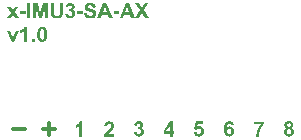
<source format=gto>
G04 Output by ViewMate Deluxe V11.24.15  PentaLogix*
G04 Sat Dec 28 19:11:40 2024*
%IPPOS*%
%FSLAX25Y25*%
%MOIN*%
%ADD10C,0.011811*%

%LPD*%
X0Y0D2*G36*X37998Y54269D2*G1X37965D1*X37841Y54265*X37721Y54254*X37608Y54236*X37499Y54214*X37401Y54189*X37306Y54159*X37219Y54127*X37143Y54094*X37073Y54061*X37008Y54028*X36957Y53999*X36909Y53974*X36851Y53934*X36833Y53923*X36749Y53850*X36676Y53770*X36611Y53686*X36556Y53595*X36506Y53500*X36462Y53406*X36425Y53311*X36393Y53217*X36367Y53129*X36345Y53046*X36327Y52973*X36316Y52907*X36305Y52853*X36302Y52831*X36298Y52813*Y52798*X36294Y52787*Y52776*X37255Y52682*X37270Y52827*X37284Y52893*X37313Y53009*X37332Y53060*X37350Y53104*X37368Y53144*X37401Y53206*X37415Y53231*X37430Y53249*X37441Y53268*X37456Y53282*X37459Y53286*X37496Y53319*X37532Y53348*X37572Y53370*X37608Y53391*X37692Y53424*X37769Y53446*X37838Y53457*X37867Y53464*X37892*X37914Y53468*X37943*X37998Y53464*X38052Y53461*X38147Y53442*X38231Y53413*X38300Y53380*X38325Y53366*X38373Y53333*X38391Y53322*X38406Y53308*X38417Y53300*X38424Y53293*X38453Y53260*X38482Y53220*X38526Y53144*X38555Y53060*X38576Y52980*X38591Y52907*X38595Y52878*Y52853*X38598Y52827*Y52798*X38595Y52743*X38591Y52689*X38566Y52580*X38537Y52482*X38500Y52390*X38478Y52350*X38446Y52285*X38431Y52256*X38417Y52234*X38406Y52219*X38402Y52208*X38398Y52205*X38365Y52161*X38322Y52106*X38271Y52048*X38209Y51986*X38147Y51917*X38078Y51852*X37943Y51713*X37874Y51648*X37812Y51586*X37754Y51532*X37703Y51480*X37659Y51440*X37626Y51408*X37597Y51382*X37452Y51244*X37317Y51113*X37197Y50993*X37084Y50876*X36986Y50767*X36895Y50669*X36749Y50494*X36597Y50301*X36564Y50258*X36542Y50221*X36524Y50195*X36513Y50177*X36509Y50174*X36418Y50002*X36378Y49915*X36342Y49832*X36261Y49595*X36243Y49522*X36225Y49456*X36203Y49344*X36196Y49300*X36189Y49263*X36185Y49235*X36182Y49220*Y49213*X39567*Y50108*X37645*X37674Y50156*X37707Y50203*X37739Y50250*X37772Y50290*X37798Y50323*X37823Y50352*X37838Y50367*X37841Y50374*X37867Y50403*X37939Y50476*X37983Y50519*X38082Y50610*X38180Y50705*X38227Y50749*X38271Y50793*X38315Y50829*X38351Y50861*X38380Y50891*X38406Y50913*X38424Y50931*X38508Y51007*X38584Y51080*X38653Y51145*X38773Y51266*X38824Y51320*X38871Y51367*X38911Y51411*X38948Y51448*X38977Y51480*X39039Y51553*X39050Y51564*X39057Y51575*X39148Y51699*X39228Y51815*X39294Y51924*X39323Y51975*X39348Y52023*X39370Y52063*X39388Y52103*X39421Y52161*X39428Y52187*X39435Y52201*X39443Y52212*Y52216*X39483Y52332*X39516Y52448*X39537Y52558*X39552Y52656*X39559Y52740*X39563Y52776*X39567Y52805*Y52863*X39563Y52973*X39548Y53078*X39527Y53180*X39501Y53275*X39469Y53362*X39432Y53446*X39392Y53519*X39352Y53588*X39312Y53650*X39272Y53708*X39235Y53752*X39177Y53824*X39137Y53865*X39054Y53937*X38966Y53999*X38871Y54050*X38773Y54098*X38678Y54137*X38580Y54170*X38482Y54196*X38391Y54218*X38304Y54236*X38224Y54247*X38151Y54258*X38089Y54261*X38038Y54265*X37998Y54269*G37*G36*X59059Y54269D2*G1X58247D1*X56063Y51065*Y50224*X58123*Y49213*X59059*Y50224*X59685*Y51069*X59059*Y54269*G37*G36*X47861Y54356D2*G1X47752D1*X47676Y54349*X47534Y54330*X47468Y54320*X47406Y54305*X47348Y54294*X47293Y54280*X47246Y54265*X47202Y54250*X47166Y54236*X47134Y54225*X47079Y54203*X47075Y54200*X46955Y54137*X46806Y54032*X46762Y53996*X46722Y53959*X46627Y53865*X46606Y53839*X46587Y53813*X46569Y53795*X46558Y53781*X46555Y53774*X46551Y53770*X46485Y53661*X46431Y53541*X46384Y53417*X46325Y53249*X46314Y53198*X46300Y53155*X46293Y53115*X46285Y53082*X46278Y53060*X46274Y53042*Y53038*X47162Y52889*X47170Y52947*X47181Y53006*X47195Y53056*X47210Y53104*X47228Y53151*X47246Y53191*X47264Y53228*X47301Y53289*X47315Y53315*X47334Y53337*X47345Y53355*X47359Y53370*X47366Y53380*X47374Y53388*X47406Y53417*X47443Y53446*X47515Y53490*X47588Y53519*X47654Y53541*X47712Y53555*X47737Y53559*X47759*X47774Y53562*X47800*X47891Y53555*X47967Y53537*X48036Y53515*X48094Y53486*X48142Y53457*X48174Y53435*X48196Y53417*X48204Y53409*X48254Y53348*X48291Y53282*X48320Y53217*X48338Y53151*X48353Y53071*Y53049*X48356Y53031*Y53006*X48353Y52951*X48349Y52900*X48338Y52849*X48324Y52805*X48291Y52722*X48254Y52652*X48215Y52598*X48196Y52576*X48182Y52558*X48156Y52532*X48152Y52529*X48149Y52525*X48109Y52492*X48065Y52467*X48018Y52445*X47967Y52423*X47869Y52394*X47770Y52376*X47727Y52369*X47614Y52358*X47548*X47443Y51571*X47534Y51597*X47617Y51615*X47694Y51626*X47759Y51637*X47810Y51641*X47832*X47850Y51644*X47883*X47934Y51641*X48032Y51626*X48076Y51611*X48156Y51575*X48225Y51539*X48284Y51498*X48306Y51480*X48324Y51462*X48353Y51440*X48356Y51433*X48360Y51430*X48397Y51389*X48426Y51342*X48451Y51295*X48473Y51247*X48509Y51153*X48531Y51058*X48542Y51018*X48549Y50942*X48557Y50887*Y50850*X48549Y50712*X48538Y50650*X48524Y50592*X48509Y50537*X48491Y50487*X48455Y50399*X48433Y50363*X48415Y50330*X48397Y50305*X48382Y50279*X48367Y50261*X48356Y50250*X48353Y50243*X48309Y50199*X48229Y50134*X48185Y50108*X48142Y50086*X48102Y50068*X48021Y50043*X47952Y50024*X47923Y50021*X47876Y50013*X47847*X47748Y50021*X47658Y50043*X47578Y50072*X47508Y50108*X47450Y50141*X47428Y50156*X47395Y50181*X47385Y50192*X47377Y50195*X47374Y50199*X47341Y50235*X47308Y50276*X47257Y50367*X47213Y50458*X47184Y50545*X47170Y50585*X47162Y50625*X47152Y50658*X47148Y50691*X47141Y50716*Y50734*X47137Y50745*Y50749*X46202Y50632*X46220Y50516*X46245Y50407*X46274Y50301*X46311Y50206*X46354Y50115*X46398Y50028*X46442Y49952*X46489Y49882*X46576Y49762*X46649Y49678*X46678Y49646*X46704Y49624*X46722Y49606*X46809Y49537*X46900Y49475*X46995Y49424*X47090Y49380*X47184Y49340*X47279Y49307*X47370Y49282*X47541Y49245*X47614Y49235*X47683Y49224*X47825Y49213*X47854*X47985Y49216*X48113Y49235*X48233Y49256*X48345Y49285*X48455Y49322*X48553Y49362*X48644Y49402*X48728Y49446*X48800Y49489*X48870Y49533*X48924Y49569*X48972Y49606*X49008Y49635*X49037Y49660*X49052Y49675*X49059Y49678*X49146Y49770*X49219Y49861*X49285Y49955*X49343Y50054*X49387Y50148*X49426Y50243*X49459Y50334*X49485Y50421*X49507Y50501*X49521Y50574*X49532Y50643*X49539Y50698*X49543Y50745*X49547Y50782*Y50811*X49543Y50894*X49536Y50974*X49507Y51124*X49488Y51193*X49467Y51258*X49441Y51317*X49419Y51371*X49394Y51419*X49368Y51462*X49347Y51502*X49328Y51532*X49314Y51557*X49299Y51575*X49292Y51586*X49288Y51589*X49237Y51648*X49128Y51750*X49070Y51790*X49015Y51830*X48957Y51863*X48899Y51892*X48844Y51917*X48793Y51939*X48746Y51957*X48706Y51975*X48669Y51986*X48637Y51994*X48615Y52001*X48600Y52004*X48597*X48662Y52041*X48724Y52081*X48782Y52121*X48888Y52205*X48935Y52248*X49019Y52336*X49088Y52427*X49146Y52514*X49193Y52602*X49234Y52682*X49263Y52762*X49285Y52834*X49303Y52897*X49314Y52954*X49321Y53002*X49324Y53035*Y53064*X49321Y53151*X49310Y53235*X49292Y53315*X49270Y53391*X49241Y53464*X49212Y53534*X49179Y53599*X49146Y53657*X49113Y53712*X49081Y53759*X49052Y53799*X49022Y53835*X49000Y53865*X48982Y53883*X48972Y53897*X48884Y53981*X48797Y54050*X48702Y54112*X48608Y54163*X48513Y54207*X48418Y54247*X48327Y54276*X48236Y54298*X48152Y54320*X48076Y54330*X48007Y54341*X47945Y54349*X47898Y54352*X47861Y54356*G37*G36*X28981Y54269D2*G1X28195D1*X28161Y54185*X28122Y54101*X28078Y54021*X28031Y53948*X27980Y53876*X27929Y53810*X27830Y53690*X27696Y53555*X27605Y53475*X27590Y53464*X27587Y53461*X27503Y53398*X27423Y53341*X27346Y53289*X27270Y53242*X27201Y53198*X27070Y53129*X27011Y53097*X26957Y53071*X26909Y53049*X26869Y53035*X26833Y53020*X26786Y53002*X26771Y52995*X26767*Y52117*X26898Y52165*X27026Y52216*X27150Y52274*X27266Y52332*X27375Y52390*X27477Y52452*X27572Y52514*X27659Y52572*X27739Y52627*X27809Y52682*X27871Y52729*X27921Y52769*X28009Y52842*X28016Y52849*Y49213*X28981*Y54269*G37*G36*X78060Y54356D2*G1X78034D1*X77885Y54349*X77743Y54330*X77608Y54298*X77481Y54261*X77361Y54214*X77252Y54163*X77153Y54105*X77062Y54050*X76979Y53992*X76909Y53937*X76848Y53883*X76797Y53835*X76757Y53799*X76728Y53766*X76702Y53741*X76655Y53683*X76611Y53617*X76571Y53552*X76535Y53479*X76465Y53330*X76407Y53173*X76360Y53006*X76316Y52842*X76284Y52674*X76258Y52514*X76236Y52361*X76218Y52216*X76214Y52150*X76207Y52085*X76200Y51972*X76196Y51921*Y51841*X76192Y51808*Y51622*X76200Y51502*X76203Y51386*X76225Y51167*X76236Y51065*X76250Y50967*X76287Y50782*X76305Y50698*X76327Y50614*X76345Y50537*X76367Y50465*X76393Y50396*X76436Y50268*X76458Y50210*X76484Y50156*X76545Y50021*X76585Y49948*X76604Y49915*X76637Y49868*X76647Y49846*X76676Y49809*X76680Y49802*X76775Y49700*X76877Y49609*X76979Y49529*X77084Y49460*X77190Y49406*X77295Y49358*X77394Y49318*X77492Y49285*X77583Y49263*X77667Y49245*X77743Y49231*X77809Y49224*X77863Y49216*X77885*X77903Y49213*X77936*X78067Y49216*X78191Y49235*X78307Y49256*X78417Y49285*X78522Y49322*X78617Y49362*X78704Y49402*X78784Y49446*X78857Y49489*X78919Y49533*X78973Y49569*X79017Y49606*X79054Y49635*X79079Y49660*X79101Y49678*X79181Y49770*X79250Y49864*X79312Y49966*X79363Y50068*X79447Y50276*X79476Y50378*X79519Y50567*X79530Y50650*X79541Y50727*X79548Y50793*X79552Y50847*X79556Y50869*Y50920*X79552Y51054*X79537Y51182*X79516Y51298*X79487Y51415*X79454Y51517*X79417Y51615*X79381Y51706*X79341Y51790*X79261Y51924*X79192Y52026*X79163Y52063*X79122Y52110*X79039Y52190*X78955Y52263*X78868Y52325*X78780Y52376*X78693Y52423*X78606Y52459*X78522Y52489*X78442Y52514*X78369Y52532*X78300Y52547*X78238Y52558*X78187Y52565*X78111Y52572*X78085*X77987Y52569*X77892Y52554*X77805Y52532*X77721Y52507*X77641Y52474*X77568Y52438*X77499Y52398*X77437Y52358*X77332Y52278*X77288Y52241*X77255Y52208*X77226Y52183*X77208Y52161*X77193Y52147*X77190Y52143*X77201Y52299*X77215Y52441*X77234Y52572*X77255Y52689*X77277Y52795*X77299Y52885*X77321Y52969*X77343Y53042*X77365Y53104*X77386Y53155*X77404Y53195*X77437Y53257*X77448Y53271*X77452Y53282*X77456Y53286*X77495Y53333*X77539Y53377*X77583Y53413*X77626Y53446*X77710Y53493*X77754Y53515*X77794Y53530*X77830Y53541*X77896Y53555*X77943Y53562*X77972*X78056Y53555*X78129Y53541*X78195Y53519*X78249Y53493*X78289Y53468*X78322Y53446*X78340Y53432*X78398Y53366*X78438Y53300*X78467Y53231*X78493Y53162*X78511Y53100*X78515Y53071*X78522Y53049*X78529Y53013*Y53002*X79465Y53104*X79443Y53213*X79414Y53319*X79381Y53417*X79345Y53504*X79305Y53588*X79265Y53664*X79224Y53734*X79184Y53795*X79145Y53850*X79104Y53897*X79072Y53941*X79043Y53974*X78999Y54017*X78984Y54028*X78981Y54032*X78908Y54090*X78832Y54137*X78755Y54181*X78675Y54218*X78595Y54250*X78518Y54276*X78442Y54298*X78365Y54316*X78300Y54330*X78180Y54345*X78129Y54352*X78089*X78060Y54356*G37*G36*X69345Y54272D2*G1X66793D1*X66298Y51652*X67077Y51539*X67139Y51604*X67204Y51659*X67270Y51709*X67332Y51750*X67397Y51786*X67459Y51815*X67517Y51841*X67576Y51859*X67626Y51877*X67674Y51888*X67717Y51895*X67754Y51899*X67805Y51906*X67823*X67885Y51903*X67943Y51895*X67994Y51884*X68049Y51870*X68140Y51834*X68216Y51790*X68249Y51768*X68278Y51746*X68304Y51728*X68326Y51709*X68362Y51673*X68398Y51626*X68431Y51575*X68460Y51524*X68485Y51466*X68504Y51408*X68522Y51349*X68547Y51237*X68562Y51135*X68569Y51051*X68573Y51018*Y50974*X68566Y50800*X68555Y50720*X68526Y50581*X68508Y50519*X68485Y50465*X68467Y50414*X68449Y50370*X68427Y50334*X68395Y50276*X68380Y50254*X68373Y50239*X68365Y50232*X68362Y50228*X68322Y50185*X68282Y50148*X68238Y50115*X68195Y50086*X68151Y50064*X68111Y50043*X68031Y50013*X67958Y49999*X67929Y49992*X67881Y49984*X67852*X67758Y49992*X67667Y50013*X67587Y50043*X67517Y50079*X67463Y50115*X67437Y50130*X67419Y50145*X67404Y50156*X67394Y50166*X67386Y50170*X67383Y50174*X67346Y50210*X67313Y50250*X67263Y50334*X67219Y50421*X67186Y50505*X67164Y50578*X67157Y50610*X67153Y50636*X67146Y50658*Y50676*X67143Y50687*Y50691*X66182Y50589*X66200Y50472*X66229Y50367*X66261Y50261*X66298Y50166*X66342Y50075*X66385Y49995*X66429Y49919*X66476Y49850*X66520Y49788*X66564Y49737*X66600Y49689*X66666Y49624*X66702Y49587*X66789Y49519*X66880Y49460*X66975Y49413*X67070Y49369*X67164Y49333*X67259Y49304*X67350Y49278*X67437Y49260*X67597Y49231*X67667Y49224*X67812Y49213*X67841*X67921Y49216*X68002Y49220*X68151Y49242*X68293Y49274*X68424Y49318*X68544Y49365*X68657Y49424*X68759Y49482*X68850Y49548*X68930Y49609*X69002Y49668*X69064Y49726*X69111Y49773*X69152Y49817*X69181Y49850*X69195Y49871*X69203Y49879*X69268Y49973*X69323Y50068*X69370Y50163*X69414Y50258*X69450Y50352*X69479Y50443*X69501Y50534*X69523Y50618*X69537Y50694*X69548Y50767*X69556Y50829*X69559Y50884*X69563Y50927*X69567Y50960*Y50989*X69563Y51127*X69548Y51255*X69526Y51378*X69497Y51495*X69465Y51600*X69425Y51702*X69385Y51793*X69345Y51877*X69261Y52015*X69224Y52074*X69159Y52158*X69119Y52205*X69032Y52288*X68944Y52361*X68853Y52423*X68759Y52478*X68668Y52521*X68576Y52561*X68489Y52591*X68406Y52616*X68329Y52634*X68256Y52649*X68195Y52660*X68136Y52667*X68059Y52674*X67969*X67907Y52667*X67783Y52649*X67674Y52623*X67619Y52609*X67572Y52594*X67528Y52576*X67488Y52561*X67456Y52547*X67423Y52536*X67401Y52525*X67372Y52514*X67368Y52511*X67524Y53370*X69345*Y54272*G37*G36*X89525Y54185D2*G1X86223D1*Y53289*X88418*X88295Y53126*X88174Y52958*X88065Y52791*X87959Y52623*X87865Y52456*X87774Y52296*X87694Y52139*X87617Y51994*X87494Y51732*X87468Y51673*X87447Y51622*X87403Y51524*X87374Y51448*X87359Y51419*X87334Y51353*X87330Y51346*Y51342*X87257Y51138*X87195Y50938*X87090Y50552*X87050Y50367*X87013Y50192*X86988Y50024*X86962Y49871*X86944Y49730*X86930Y49602*X86922Y49544*X86919Y49489*X86911Y49395*X86908Y49351*X86904Y49315*Y49260*X86900Y49238*Y49213*X87832*X87836Y49340*X87839Y49467*X87850Y49598*X87880Y49857*X87898Y49984*X87920Y50104*X87938Y50217*X87978Y50421*X87996Y50508*X88022Y50614*X88029Y50639*X88032Y50665*X88036Y50687*X88043Y50701*Y50712*X88047Y50720*Y50723*X88091Y50880*X88138Y51036*X88189Y51185*X88240Y51331*X88349Y51604*X88400Y51728*X88451Y51841*X88502Y51946*X88585Y52124*X88637Y52223*X88651Y52248*X88662Y52274*X88673Y52292*X88680Y52307*X88687Y52317*X88691Y52321*Y52325*X88771Y52463*X88848Y52591*X88924Y52711*X89000Y52824*X89139Y53024*X89204Y53108*X89267Y53187*X89321Y53257*X89372Y53315*X89415Y53366*X89456Y53406*X89507Y53464*X89521Y53479*X89525Y53482*Y54185*G37*G36*X97889Y54359D2*G1X97856D1*X97725Y54356*X97601Y54345*X97485Y54327*X97375Y54301*X97277Y54272*X97182Y54243*X97102Y54210*X97026Y54174*X96960Y54141*X96902Y54105*X96851Y54076*X96811Y54047*X96778Y54021*X96757Y54003*X96742Y53992*X96669Y53919*X96607Y53843*X96556Y53766*X96513Y53690*X96472Y53610*X96440Y53534*X96415Y53457*X96396Y53388*X96378Y53319*X96367Y53257*X96356Y53202*X96349Y53115*X96345Y53085*Y53060*X96352Y52940*X96371Y52827*X96400Y52722*X96429Y52631*X96458Y52558*X96472Y52525*X96498Y52482*X96506Y52463*X96513Y52456*Y52452*X96545Y52401*X96585Y52354*X96669Y52267*X96760Y52194*X96848Y52132*X96891Y52106*X96928Y52085*X96964Y52063*X96993Y52048*X97019Y52037*X97041Y52026*X97052Y52023*X97055Y52019*X96975Y51983*X96902Y51943*X96837Y51903*X96771Y51859*X96717Y51815*X96662Y51772*X96615Y51728*X96574Y51684*X96538Y51648*X96480Y51575*X96458Y51550*X96440Y51524*X96422Y51495*X96418Y51491*X96382Y51426*X96352Y51360*X96302Y51229*X96265Y51102*X96243Y50985*X96229Y50887*X96222Y50807*X96218Y50778*Y50738*X96225Y50603*X96240Y50476*X96269Y50356*X96302Y50243*X96342Y50141*X96389Y50046*X96436Y49959*X96487Y49879*X96538Y49809*X96585Y49748*X96633Y49693*X96673Y49650*X96706Y49617*X96735Y49591*X96749Y49577*X96757Y49573*X96844Y49511*X96935Y49453*X97030Y49406*X97128Y49365*X97222Y49329*X97317Y49300*X97412Y49278*X97499Y49256*X97583Y49242*X97659Y49231*X97725Y49224*X97787Y49220*X97871Y49213*X97900*X98034Y49216*X98161Y49231*X98282Y49253*X98395Y49282*X98500Y49315*X98598Y49351*X98689Y49387*X98769Y49431*X98904Y49508*X98959Y49544*X99002Y49577*X99061Y49628*X99079Y49642*X99163Y49730*X99232Y49821*X99290Y49911*X99341Y50006*X99385Y50104*X99421Y50195*X99450Y50290*X99476Y50378*X99494Y50461*X99508Y50537*X99523Y50665*X99530Y50752*Y50782*X99527Y50858*X99519Y50934*X99498Y51076*X99461Y51204*X99443Y51258*X99421Y51313*X99381Y51400*X99363Y51437*X99345Y51466*X99334Y51491*X99315Y51521*X99312Y51524*X99268Y51582*X99174Y51691*X99119Y51739*X99068Y51782*X98962Y51859*X98911Y51892*X98864Y51921*X98821Y51946*X98780Y51968*X98693Y52012*X98678Y52015*X98675Y52019*X98791Y52077*X98893Y52143*X98937Y52179*X98981Y52212*X99017Y52248*X99054Y52281*X99083Y52310*X99108Y52339*X99134Y52365*X99166Y52409*X99177Y52423*X99217Y52485*X99247Y52539*X99272Y52594*X99294Y52649*X99326Y52751*X99348Y52849*X99356Y52893*X99359Y52933*X99370Y53027*Y53060*X99367Y53162*X99352Y53260*X99334Y53355*X99308Y53442*X99279Y53522*X99243Y53599*X99206Y53672*X99170Y53734*X99134Y53792*X99097Y53843*X99064Y53886*X99006Y53952*X98970Y53988*X98893Y54054*X98809Y54112*X98719Y54159*X98628Y54203*X98537Y54239*X98442Y54269*X98351Y54294*X98263Y54312*X98103Y54341*X98034Y54349*X97976Y54352*X97889Y54359*G37*G36*X11650Y93711D2*G1X10635D1*Y88674*X11650*Y93711*G37*G36*X37035Y93711D2*G1X35954D1*X34000Y88674*X35077*X35492Y89817*X37509*X37946Y88674*X39052*X37035Y93711*G37*G36*X44461Y93711D2*G1X43380D1*X41425Y88674*X42503*X42918Y89817*X44934*X45371Y88674*X46478*X44461Y93711*G37*G36*X24976Y93730D2*G1X24867D1*X24791Y93722*X24648Y93704*X24583Y93693*X24521Y93679*X24463Y93668*X24408Y93653*X24361Y93639*X24317Y93624*X24281Y93609*X24248Y93598*X24223Y93588*X24205Y93580*X24194Y93577*X24190Y93573*X24070Y93511*X23921Y93406*X23877Y93369*X23837Y93333*X23742Y93238*X23721Y93213*X23702Y93187*X23684Y93169*X23673Y93154*X23669Y93147*X23666Y93144*X23600Y93034*X23546Y92914*X23498Y92791*X23440Y92623*X23429Y92572*X23415Y92528*X23408Y92489*X23400Y92456*X23393Y92434*X23389Y92416*Y92412*X24277Y92263*X24285Y92321*X24296Y92379*X24310Y92430*X24325Y92478*X24343Y92525*X24361Y92565*X24379Y92601*X24397Y92634*X24416Y92663*X24430Y92689*X24448Y92711*X24459Y92729*X24474Y92743*X24481Y92754*X24521Y92791*X24558Y92820*X24630Y92863*X24703Y92893*X24769Y92914*X24827Y92929*X24852Y92933*X24874*X24889Y92936*X24914*X25005Y92929*X25082Y92911*X25151Y92889*X25209Y92860*X25257Y92831*X25289Y92809*X25311Y92791*X25319Y92783*X25369Y92721*X25406Y92656*X25435Y92590*X25453Y92525*X25468Y92445*Y92423*X25471Y92405*Y92379*X25468Y92325*X25464Y92274*X25453Y92223*X25439Y92179*X25406Y92095*X25369Y92026*X25329Y91972*X25297Y91932*X25264Y91899*X25224Y91866*X25180Y91841*X25133Y91819*X25082Y91797*X24984Y91768*X24842Y91742*X24798Y91739*X24729Y91731*X24663*X24558Y90945*X24648Y90971*X24732Y90989*X24809Y91000*X24874Y91011*X24925Y91014*X24947*X24965Y91018*X24998*X25049Y91014*X25147Y91000*X25191Y90985*X25271Y90949*X25340Y90912*X25398Y90872*X25420Y90854*X25439Y90836*X25457Y90821*X25468Y90814*X25471Y90807*X25511Y90763*X25541Y90716*X25566Y90669*X25588Y90621*X25624Y90526*X25646Y90432*X25657Y90392*X25664Y90315*X25671Y90261*Y90224*X25668Y90155*X25664Y90086*X25653Y90024*X25639Y89966*X25624Y89911*X25606Y89860*X25570Y89773*X25548Y89737*X25530Y89704*X25511Y89678*X25497Y89653*X25482Y89635*X25471Y89624*X25468Y89617*X25424Y89573*X25344Y89507*X25300Y89482*X25257Y89460*X25217Y89442*X25136Y89416*X25067Y89398*X25038Y89395*X24991Y89387*X24962*X24863Y89395*X24772Y89416*X24692Y89445*X24623Y89482*X24565Y89515*X24543Y89529*X24525Y89544*X24510Y89555*X24499Y89565*X24492Y89569*X24489Y89573*X24456Y89609*X24423Y89649*X24372Y89740*X24328Y89831*X24299Y89919*X24285Y89959*X24277Y89998*X24267Y90032*X24263Y90064*X24256Y90090*Y90108*X24252Y90119*Y90122*X23317Y90006*X23335Y89889*X23360Y89780*X23389Y89675*X23426Y89580*X23469Y89489*X23513Y89402*X23557Y89325*X23604Y89256*X23648Y89194*X23691Y89136*X23764Y89052*X23793Y89020*X23819Y88998*X23833Y88983*X23924Y88910*X24015Y88848*X24110Y88798*X24205Y88754*X24299Y88714*X24394Y88681*X24485Y88656*X24656Y88619*X24798Y88597*X24856Y88594*X24904Y88590*X24940Y88586*X24969*X25100Y88590*X25228Y88608*X25348Y88630*X25460Y88659*X25570Y88696*X25668Y88735*X25759Y88776*X25843Y88819*X25915Y88863*X25985Y88907*X26039Y88943*X26123Y89009*X26152Y89034*X26167Y89048*X26174Y89052*X26261Y89143*X26334Y89234*X26400Y89329*X26458Y89427*X26501Y89522*X26541Y89617*X26574Y89708*X26600Y89795*X26622Y89875*X26636Y89948*X26647Y90017*X26654Y90072*X26661Y90155*Y90184*X26658Y90268*X26650Y90348*X26622Y90497*X26603Y90567*X26582Y90632*X26556Y90690*X26534Y90745*X26509Y90792*X26483Y90836*X26461Y90876*X26443Y90905*X26429Y90930*X26414Y90949*X26407Y90959*X26352Y91022*X26243Y91123*X26185Y91163*X26130Y91204*X26072Y91236*X26014Y91265*X25959Y91291*X25908Y91313*X25861Y91331*X25821Y91349*X25784Y91360*X25752Y91367*X25730Y91374*X25715Y91378*X25711*X25777Y91415*X25839Y91455*X25897Y91495*X26003Y91578*X26050Y91622*X26134Y91709*X26203Y91800*X26261Y91888*X26309Y91975*X26348Y92055*X26378Y92135*X26418Y92270*X26429Y92328*X26436Y92376*X26439Y92408*Y92437*X26436Y92525*X26425Y92609*X26407Y92689*X26385Y92765*X26356Y92838*X26327Y92907*X26294Y92972*X26261Y93031*X26228Y93085*X26196Y93133*X26167Y93173*X26137Y93209*X26115Y93238*X26097Y93256*X26083Y93275*X25999Y93355*X25912Y93424*X25817Y93486*X25722Y93537*X25628Y93580*X25533Y93621*X25442Y93650*X25351Y93671*X25267Y93693*X25191Y93704*X25122Y93715*X25060Y93722*X25013Y93726*X24976Y93730*G37*G36*X22490Y93711D2*G1X21474D1*Y90814*X21471Y90716*Y90621*X21464Y90458*X21453Y90268*X21445Y90221*X21442Y90177*X21435Y90115*X21431Y90093*Y90075*X21427Y90068*Y90064*X21416Y90017*X21402Y89973*X21369Y89889*X21325Y89817*X21278Y89751*X21234Y89700*X21198Y89664*X21184Y89649*X21172Y89638*X21165Y89635*X21161Y89631*X21118Y89602*X21071Y89573*X20969Y89529*X20859Y89500*X20754Y89478*X20703Y89471*X20659Y89467*X20615Y89460*X20583*X20550Y89456*X20510*X20434Y89460*X20357Y89463*X20226Y89485*X20164Y89500*X20109Y89515*X20059Y89533*X20015Y89551*X19971Y89565*X19939Y89584*X19906Y89598*X19862Y89624*X19848Y89635*X19840Y89638*X19837Y89642*X19793Y89678*X19753Y89719*X19717Y89758*X19684Y89798*X19633Y89878*X19589Y89959*X19560Y90028*X19549Y90061*X19542Y90086*X19534Y90108*X19531Y90122*X19527Y90134*Y90137*X19520Y90177*X19516Y90228*X19509Y90286*X19505Y90352*X19498Y90490*X19495Y90632*Y90767*X19491Y90825*Y93711*X18475*Y90869*X18479Y90723*X18486Y90588*X18490Y90465*X18497Y90352*X18508Y90246*X18515Y90152*X18526Y90068*X18541Y89926*X18552Y89871*X18559Y89824*X18566Y89791*X18570Y89766*X18574Y89748*Y89744*X18606Y89635*X18646Y89533*X18694Y89438*X18741Y89354*X18785Y89282*X18806Y89252*X18824Y89231*X18835Y89209*X18847Y89194*X18858Y89183*X18945Y89089*X19043Y89005*X19141Y88928*X19236Y88867*X19280Y88841*X19320Y88816*X19356Y88798*X19385Y88779*X19443Y88754*X19447Y88750*X19520Y88721*X19600Y88696*X19687Y88674*X19775Y88656*X19957Y88626*X20048Y88615*X20219Y88601*X20295Y88594*X20364Y88590*X20422*X20474Y88586*X20543*X20758Y88594*X20852Y88601*X20947Y88612*X21111Y88634*X21184Y88648*X21252Y88663*X21311Y88677*X21362Y88692*X21406Y88703*X21445Y88714*X21493Y88732*X21508Y88739*X21511*X21580Y88768*X21704Y88834*X21758Y88867*X21813Y88903*X21860Y88936*X21904Y88969*X21980Y89030*X22013Y89059*X22039Y89085*X22061Y89103*X22079Y89121*X22090Y89136*X22101Y89147*X22177Y89249*X22243Y89354*X22294Y89460*X22356Y89606*X22381Y89685*X22388Y89719*X22399Y89744*X22406Y89777*Y89780*X22421Y89857*X22435Y89944*X22447Y90039*X22454Y90137*X22465Y90243*X22468Y90352*X22476Y90458*X22479Y90563*X22487Y90756*Y90839*X22490Y90916*Y93711*G37*G36*X10103Y90982D2*G1X8207D1*Y90017*X10103*Y90982*G37*G36*X29257Y90982D2*G1X27360D1*Y90017*X29257*Y90982*G37*G36*X41374Y90982D2*G1X39478D1*Y90017*X41374*Y90982*G37*G36*X17467Y93711D2*G1X15938D1*X15039Y90272*X14129Y93711*X12608*Y88674*X13550*Y92638*X14544Y88674*X15523*X16521Y92638*X16524Y88674*X17467*Y93711*G37*G36*X7628Y92325D2*G1X6500D1*X5815Y91320*X5171Y92325*X3992*X5251Y90552*X3937Y88674*X5065*X5815Y89802*X6558Y88674*X7741*X6390Y90592*X7628Y92325*G37*G36*X51035Y93711D2*G1X49856D1*X48855Y92201*X47857Y93711*X46667*X48250Y91295*X46507Y88674*X47726*X48847Y90377*X49965Y88674*X51188*X49452Y91298*X51035Y93711*G37*G36*X31645Y93795D2*G1X31579D1*X31474Y93791*X31372Y93788*X31273Y93781*X31179Y93766*X31091Y93755*X31011Y93741*X30935Y93722*X30866Y93708*X30804Y93690*X30749Y93675*X30702Y93657*X30662Y93646*X30633Y93635*X30608Y93624*X30593Y93621*X30589Y93617*X30513Y93584*X30443Y93544*X30378Y93504*X30316Y93464*X30211Y93380*X30163Y93337*X30120Y93297*X30083Y93256*X30050Y93224*X30021Y93191*X30000Y93162*X29981Y93140*X29971Y93122*X29963Y93111*X29959Y93107*X29923Y93045*X29890Y92980*X29861Y92918*X29835Y92852*X29814Y92791*X29796Y92732*X29785Y92674*X29770Y92623*X29756Y92525*X29745Y92423*Y92387*X29748Y92277*X29763Y92172*X29788Y92070*X29817Y91975*X29850Y91888*X29890Y91804*X29934Y91728*X30018Y91593*X30101Y91487*X30134Y91447*X30189Y91393*X30207Y91374*X30276Y91320*X30352Y91269*X30436Y91218*X30527Y91171*X30618Y91127*X30717Y91087*X30906Y91014*X30993Y90985*X31153Y90930*X31277Y90898*X31299Y90891*X31317Y90887*X31332Y90880*X31343*X31350Y90876*X31354*X31467Y90847*X31572Y90821*X31667Y90800*X31750Y90778*X31892Y90737*X31950Y90723*X32002Y90708*X32041Y90698*X32078Y90687*X32107Y90676*X32161Y90661*X32165Y90658*X32169*X32260Y90621*X32336Y90585*X32402Y90545*X32453Y90512*X32489Y90479*X32533Y90443*X32537Y90435*X32573Y90388*X32598Y90337*X32617Y90286*X32639Y90195*X32642Y90163*Y90134*X32639Y90082*X32631Y90032*X32620Y89988*X32602Y89941*X32562Y89860*X32519Y89787*X32493Y89758*X32471Y89729*X32449Y89708*X32431Y89685*X32413Y89671*X32391Y89649*X32344Y89613*X32289Y89580*X32172Y89529*X32049Y89493*X31929Y89467*X31819Y89453*X31699Y89442*X31652*X31568Y89445*X31488Y89453*X31412Y89463*X31339Y89478*X31273Y89497*X31215Y89515*X31157Y89536*X31062Y89580*X31026Y89602*X30989Y89620*X30942Y89653*X30928Y89664*X30917Y89671*X30866Y89722*X30819Y89773*X30778Y89828*X30742Y89886*X30709Y89948*X30680Y90009*X30629Y90130*X30611Y90184*X30597Y90235*X30582Y90283*X30571Y90326*X30564Y90359*X30556Y90385*X30553Y90399*Y90406*X29563Y90312*X29585Y90159*X29617Y90013*X29654Y89878*X29701Y89751*X29748Y89638*X29799Y89533*X29850Y89435*X29956Y89274*X30003Y89209*X30050Y89150*X30091Y89107*X30123Y89071*X30149Y89045*X30163Y89027*X30171Y89023*X30272Y88947*X30382Y88878*X30498Y88819*X30618Y88768*X30738Y88725*X30862Y88692*X30982Y88663*X31099Y88637*X31208Y88619*X31310Y88605*X31485Y88590*X31517Y88586*X31550*X31576Y88583*X31641*X31761Y88586*X31878Y88590*X32089Y88612*X32184Y88626*X32274Y88641*X32358Y88656*X32435Y88674*X32500Y88692*X32562Y88706*X32613Y88721*X32689Y88747*X32715Y88758*X32730Y88761*X32733Y88765*X32813Y88801*X32889Y88841*X32959Y88885*X33086Y88976*X33141Y89023*X33192Y89071*X33239Y89114*X33315Y89198*X33370Y89263*X33410Y89322*X33414Y89325*X33458Y89398*X33494Y89467*X33526Y89540*X33556Y89613*X33599Y89748*X33628Y89875*X33643Y89980*X33650Y90024*X33654Y90064*X33658Y90093*Y90137*X33650Y90308*X33639Y90388*X33625Y90465*X33610Y90534*X33592Y90599*X33574Y90661*X33556Y90716*X33537Y90767*X33519Y90810*X33501Y90847*X33487Y90880*X33461Y90923*X33458Y90934*X33454Y90938*X33374Y91054*X33283Y91156*X33235Y91204*X33188Y91243*X33145Y91284*X33101Y91316*X33057Y91349*X33021Y91374*X32984Y91397*X32955Y91418*X32911Y91444*X32900Y91447*X32897Y91451*X32828Y91487*X32748Y91520*X32664Y91557*X32576Y91589*X32395Y91651*X32304Y91677*X32216Y91706*X32132Y91728*X32056Y91750*X31983Y91768*X31921Y91786*X31871Y91797*X31834Y91808*X31819Y91811*X31809*X31805Y91815*X31801*X31670Y91848*X31441Y91910*X31255Y91972*X31113Y92026*X30968Y92092*X30909Y92124*X30877Y92146*X30869Y92154*X30866*X30815Y92204*X30778Y92256*X30753Y92306*X30735Y92354*X30724Y92397*X30717Y92452*Y92459*X30720Y92496*X30724Y92528*X30742Y92590*X30767Y92641*X30797Y92685*X30826Y92721*X30869Y92765*X30877Y92769*X30928Y92802*X30979Y92831*X31033Y92856*X31091Y92878*X31208Y92911*X31317Y92933*X31372Y92940*X31419Y92943*X31528Y92954*X31648*X31725Y92947*X31790Y92940*X31852Y92929*X31965Y92900*X32056Y92871*X32093Y92852*X32125Y92838*X32154Y92823*X32176Y92809*X32195Y92798*X32205Y92791*X32213Y92787*X32216Y92783*X32256Y92750*X32289Y92711*X32351Y92623*X32398Y92532*X32438Y92441*X32453Y92397*X32475Y92321*X32482Y92288*X32489Y92263*X32497Y92230*Y92226*X33512Y92270*X33501Y92397*X33483Y92518*X33458Y92630*X33421Y92736*X33385Y92834*X33341Y92925*X33297Y93009*X33250Y93082*X33203Y93151*X33159Y93209*X33119Y93260*X33083Y93300*X33050Y93333*X33028Y93358*X33013Y93373*X33006Y93376*X32911Y93449*X32809Y93515*X32697Y93569*X32584Y93621*X32464Y93661*X32344Y93693*X32227Y93722*X32114Y93744*X31907Y93773*X31816Y93784*X31736Y93788*X31699Y93791*X31670*X31645Y93795*G37*G36*X15640Y85852D2*G1X15607D1*X15472Y85845*X15348Y85830*X15228Y85805*X15119Y85772*X15017Y85732*X14922Y85688*X14839Y85641*X14762Y85594*X14693Y85546*X14632Y85499*X14580Y85455*X14508Y85382*X14468Y85343*X14464Y85335*X14420Y85273*X14376Y85208*X14340Y85139*X14300Y85066*X14235Y84913*X14180Y84753*X14133Y84582*X14093Y84411*X14060Y84243*X14034Y84076*X14013Y83915*X13998Y83770*X13995Y83701*X13987Y83635*X13984Y83573*X13976Y83468*Y83380*X13972Y83348*Y83151*X13976Y83024*X13991Y82784*X14013Y82561*X14027Y82459*X14042Y82361*X14078Y82176*X14115Y82012*X14133Y81935*X14154Y81866*X14176Y81797*X14198Y81735*X14217Y81677*X14238Y81622*X14260Y81575*X14278Y81528*X14297Y81488*X14319Y81448*X14333Y81415*X14351Y81382*X14391Y81317*X14402Y81298*X14417Y81280*X14420Y81273*X14508Y81174*X14602Y81087*X14697Y81011*X14795Y80945*X14897Y80891*X14995Y80847*X15090Y80811*X15185Y80778*X15269Y80756*X15352Y80738*X15487Y80716*X15574Y80709*X15607*X15741Y80716*X15865Y80731*X15985Y80756*X16095Y80789*X16197Y80829*X16291Y80872*X16375Y80916*X16451Y80967*X16521Y81015*X16582Y81058*X16634Y81102*X16673Y81142*X16732Y81200*X16746Y81215*X16750Y81222*X16794Y81284*X16837Y81349*X16877Y81419*X16914Y81491*X16979Y81644*X17037Y81808*X17085Y81976*X17125Y82147*X17158Y82318*X17183Y82485*X17205Y82645*X17219Y82795*X17227Y82863*X17230Y82929*X17234Y82987*X17237Y83046*X17241Y83097*Y83144*X17245Y83184*Y83409*X17241Y83537*X17234Y83661*X17212Y83890*X17198Y83999*X17183Y84101*X17169Y84203*X17150Y84298*X17128Y84389*X17110Y84472*X17088Y84556*X17067Y84633*X17045Y84706*X17019Y84774*X16976Y84902*X16950Y84957*X16906Y85059*X16866Y85142*X16845Y85179*X16826Y85208*X16812Y85237*X16797Y85262*X16783Y85280*X16772Y85299*X16761Y85313*X16757Y85321*X16750Y85328*X16670Y85419*X16582Y85502*X16491Y85572*X16397Y85630*X16302Y85681*X16208Y85724*X16113Y85758*X16026Y85787*X15938Y85808*X15789Y85837*X15727Y85845*X15676Y85848*X15640Y85852*G37*G36*X10580Y85852D2*G1X9794D1*X9761Y85768*X9721Y85685*X9677Y85604*X9630Y85532*X9579Y85459*X9528Y85393*X9477Y85332*X9430Y85273*X9295Y85139*X9230Y85080*X9204Y85059*X9189Y85048*X9186Y85044*X9102Y84982*X9022Y84924*X8946Y84873*X8869Y84826*X8800Y84782*X8731Y84745*X8669Y84713*X8611Y84680*X8556Y84654*X8509Y84633*X8403Y84593*X8371Y84578*X8367*Y83701*X8498Y83748*X8625Y83799*X8749Y83857*X8865Y83915*X8975Y83974*X9077Y84036*X9259Y84156*X9339Y84210*X9408Y84265*X9470Y84312*X9521Y84352*X9561Y84385*X9590Y84411*X9608Y84425*X9615Y84432*Y80796*X10580*Y85852*G37*G36*X13194Y81761D2*G1X12229D1*Y80796*X13194*Y81761*G37*G36*X7726Y84447D2*G1X6733D1*X6019Y82525*X5968Y82369*X5954Y82332*X5943Y82299*X5939Y82281*X5935Y82274*X5932Y82259*X5924Y82237*X5913Y82194*X5895Y82143*X5881Y82088*X5863Y82041*X5852Y82001*X5841Y81972*X5837Y81965*Y81961*X5637Y82584*X4949Y84447*X3937*X5408Y80796*X6278*X7726Y84447*G37*
%LPC*%
X0Y0D2*G36*X58123Y52787D2*G1X56966Y51069D1*X58123*Y52787*G37*G36*X77936Y51863D2*G1X77910D1*X77867Y51855*X77838Y51852*X77772Y51834*X77696Y51808*X77659Y51790*X77619Y51768*X77579Y51743*X77539Y51713*X77499Y51681*X77459Y51637*X77456Y51630*X77445Y51619*X77434Y51600*X77419Y51579*X77386Y51517*X77350Y51437*X77332Y51386*X77317Y51335*X77302Y51276*X77281Y51145*X77277Y51073*X77274Y50993*Y50952*X77281Y50880*X77284Y50832*X77292Y50782*X77299Y50727*X77324Y50610*X77343Y50548*X77365Y50490*X77390Y50428*X77419Y50374*X77452Y50319*X77488Y50268*X77492Y50265*X77510Y50247*X77524Y50228*X77547Y50210*X77597Y50166*X77630Y50141*X77703Y50093*X77787Y50054*X77834Y50035*X77882Y50024*X77932Y50017*X77983Y50013*X78009*X78049Y50021*X78078Y50024*X78140Y50039*X78209Y50064*X78245Y50083*X78282Y50101*X78322Y50126*X78358Y50152*X78395Y50185*X78427Y50221*X78431Y50224*X78435Y50232*X78446Y50243*X78456Y50261*X78471Y50283*X78485Y50312*X78500Y50348*X78518Y50385*X78537Y50432*X78566Y50537*X78580Y50600*X78602Y50741*X78606Y50822*X78609Y50916*Y50956*X78598Y51076*X78595Y51131*X78584Y51185*X78562Y51302*X78529Y51422*X78508Y51480*X78482Y51535*X78449Y51586*X78417Y51633*X78413Y51637*X78409Y51644*X78384Y51670*X78340Y51706*X78315Y51728*X78285Y51750*X78216Y51790*X78132Y51826*X78089Y51841*X78038Y51852*X77991Y51859*X77936Y51863*G37*G36*X97871Y51608D2*G1X97838D1*X97783Y51600*X97670Y51579*X97583Y51546*X97539Y51528*X97452Y51477*X97412Y51440*X97375Y51404*X97339Y51360*Y51357*X97332Y51349*X97313Y51317*X97299Y51295*X97284Y51269*X97255Y51204*X97222Y51124*X97193Y51036*X97175Y50938*X97168Y50829*Y50793*X97172Y50767*X97179Y50694*X97193Y50603*X97219Y50505*X97255Y50399*X97277Y50348*X97335Y50254*X97375Y50206*X97383Y50199*X97394Y50188*X97452Y50141*X97481Y50119*X97514Y50101*X97587Y50057*X97674Y50024*X97721Y50010*X97772Y49999*X97827Y49992*X97882Y49988*X97910*X97932Y49992*X97987Y49999*X98056Y50013*X98136Y50039*X98176Y50057*X98220Y50079*X98260Y50104*X98304Y50134*X98344Y50166*X98380Y50203*X98384Y50206*X98387Y50213*X98398Y50224*X98409Y50243*X98427Y50265*X98442Y50294*X98460Y50323*X98478Y50359*X98497Y50403*X98515Y50447*X98533Y50498*X98547Y50556*X98558Y50614*X98569Y50680*X98573Y50749*X98576Y50836*Y50854*X98569Y50909*X98566Y50945*X98558Y50982*X98551Y51025*X98529Y51117*X98493Y51211*X98471Y51258*X98442Y51302*X98413Y51349*X98376Y51389*X98369Y51400*X98340Y51422*X98322Y51440*X98271Y51477*X98238Y51498*X98165Y51539*X98078Y51575*X98031Y51586*X97980Y51597*X97925Y51604*X97871Y51608*G37*G36*X97918Y53595D2*G1X97841D1*X97819Y53592*X97798*X97769Y53588*X97634Y53555*X97561Y53526*X97488Y53482*X97456Y53457*X97415Y53421*X97408Y53409*X97397Y53398*X97372Y53362*X97343Y53311*X97310Y53249*X97284Y53173*X97266Y53089*X97259Y52987*Y52962*X97263Y52944*Y52918*X97266Y52889*X97299Y52754*X97328Y52678*X97368Y52605*X97390Y52572*X97419Y52539*X97423*X97426Y52532*X97437Y52525*X97448Y52514*X97485Y52489*X97535Y52459*X97597Y52430*X97674Y52405*X97758Y52387*X97805Y52383*X97856Y52380*X97882*X97903Y52383*X97925*X97950Y52387*X98016Y52401*X98085Y52419*X98158Y52448*X98231Y52489*X98263Y52511*X98297Y52539*X98304Y52547*X98311Y52558*X98322Y52569*X98351Y52605*X98380Y52660*X98409Y52722*X98438Y52802*X98456Y52893*X98464Y52940*Y53020*X98460Y53038*Y53064*X98456Y53089*X98442Y53151*X98424Y53220*X98395Y53293*X98354Y53366*X98329Y53398*X98300Y53432*Y53435*X98282Y53446*X98271Y53457*X98184Y53515*X98122Y53544*X98049Y53570*X97961Y53588*X97918Y53595*G37*G36*X36482Y92536D2*G1X35802Y90669D1*X37181*X36482Y92536*G37*G36*X43908Y92536D2*G1X43227Y90669D1*X44607*X43908Y92536*G37*G36*X15607Y85051D2*G1X15578D1*X15545Y85044*X15501Y85037*X15454Y85022*X15403Y85004*X15348Y84975*X15294Y84938*X15287Y84935*X15214Y84847*X15181Y84793*X15163Y84760*X15145Y84724*X15126Y84684*X15112Y84636*X15094Y84589*X15079Y84538*Y84534*X15075Y84520*X15072Y84498*X15047Y84374*X15039Y84312*X15032Y84239*X15021Y84159*X15013Y84065*X15003Y83963*X14995Y83850*X14992Y83722*X14984Y83588*X14981Y83439*Y83133*X14984Y83064*Y82980*X14992Y82795*X14995Y82693*X15003Y82591*X15017Y82391*X15028Y82296*X15039Y82208*X15054Y82128*X15068Y82059*Y82056*X15079Y82026*X15094Y81979*X15104Y81950*X15130Y81881*X15163Y81808*X15203Y81735*X15247Y81670*X15269Y81641*X15294Y81619*X15301Y81615*X15319Y81600*X15348Y81586*X15385Y81564*X15432Y81546*X15483Y81528*X15545Y81513*X15607Y81509*X15614*X15636Y81513*X15669Y81517*X15713Y81524*X15760Y81535*X15814Y81557*X15865Y81582*X15920Y81619*X15942Y81641*X16000Y81709*X16051Y81801*X16069Y81837*X16087Y81877*X16102Y81921*X16120Y81968*X16135Y82019*Y82023*X16138Y82037*X16146Y82059*X16149Y82092*X16160Y82132*X16185Y82318*X16197Y82398*X16204Y82489*X16215Y82594*X16222Y82707*X16226Y82831*X16233Y82969*X16237Y83119*Y83421*X16233Y83493*Y83577*X16229Y83664*X16226Y83763*X16222Y83861*X16208Y84065*X16197Y84163*X16189Y84258*X16175Y84349*X16146Y84494*Y84498*X16135Y84527*X16131Y84549*X16120Y84574*X16084Y84672*X16051Y84749*X16011Y84822*X15967Y84887*X15942Y84917*X15916Y84938*X15909Y84942*X15895Y84957*X15829Y84997*X15782Y85015*X15731Y85033*X15669Y85048*X15607Y85051*G37*
%LPD*%
X0Y0D2*D10*G1X5906Y51741D2*X9843D1*X17874Y49772D2*Y53709D1*X15906Y51741D2*X19843D1*X0Y0D2*M02*
</source>
